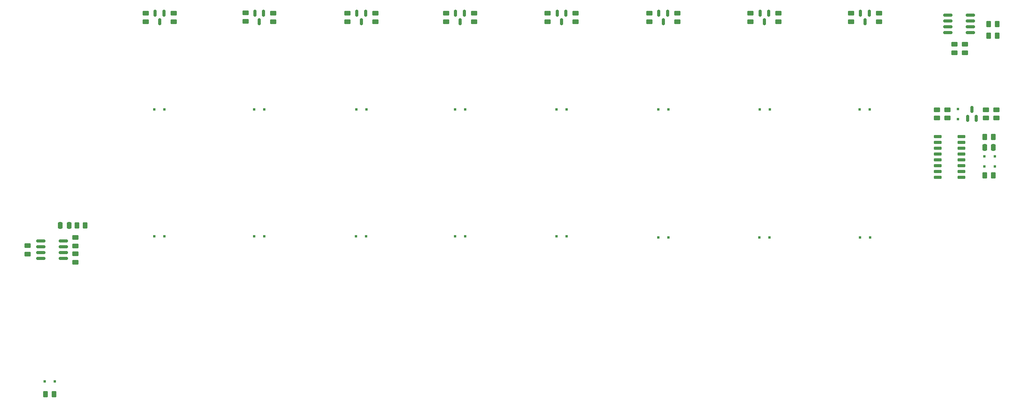
<source format=gbr>
%TF.GenerationSoftware,KiCad,Pcbnew,(6.0.0-0)*%
%TF.CreationDate,2022-11-09T21:30:40-05:00*%
%TF.ProjectId,SEQUENCER,53455155-454e-4434-9552-2e6b69636164,rev?*%
%TF.SameCoordinates,Original*%
%TF.FileFunction,Paste,Bot*%
%TF.FilePolarity,Positive*%
%FSLAX46Y46*%
G04 Gerber Fmt 4.6, Leading zero omitted, Abs format (unit mm)*
G04 Created by KiCad (PCBNEW (6.0.0-0)) date 2022-11-09 21:30:40*
%MOMM*%
%LPD*%
G01*
G04 APERTURE LIST*
G04 Aperture macros list*
%AMRoundRect*
0 Rectangle with rounded corners*
0 $1 Rounding radius*
0 $2 $3 $4 $5 $6 $7 $8 $9 X,Y pos of 4 corners*
0 Add a 4 corners polygon primitive as box body*
4,1,4,$2,$3,$4,$5,$6,$7,$8,$9,$2,$3,0*
0 Add four circle primitives for the rounded corners*
1,1,$1+$1,$2,$3*
1,1,$1+$1,$4,$5*
1,1,$1+$1,$6,$7*
1,1,$1+$1,$8,$9*
0 Add four rect primitives between the rounded corners*
20,1,$1+$1,$2,$3,$4,$5,0*
20,1,$1+$1,$4,$5,$6,$7,0*
20,1,$1+$1,$6,$7,$8,$9,0*
20,1,$1+$1,$8,$9,$2,$3,0*%
G04 Aperture macros list end*
%ADD10RoundRect,0.150000X-0.150000X0.587500X-0.150000X-0.587500X0.150000X-0.587500X0.150000X0.587500X0*%
%ADD11RoundRect,0.250000X-0.250000X-0.475000X0.250000X-0.475000X0.250000X0.475000X-0.250000X0.475000X0*%
%ADD12RoundRect,0.250000X0.450000X-0.262500X0.450000X0.262500X-0.450000X0.262500X-0.450000X-0.262500X0*%
%ADD13RoundRect,0.250000X-0.450000X0.262500X-0.450000X-0.262500X0.450000X-0.262500X0.450000X0.262500X0*%
%ADD14RoundRect,0.250000X-0.262500X-0.450000X0.262500X-0.450000X0.262500X0.450000X-0.262500X0.450000X0*%
%ADD15RoundRect,0.150000X0.725000X0.150000X-0.725000X0.150000X-0.725000X-0.150000X0.725000X-0.150000X0*%
%ADD16R,0.500000X0.500000*%
%ADD17RoundRect,0.150000X0.825000X0.150000X-0.825000X0.150000X-0.825000X-0.150000X0.825000X-0.150000X0*%
%ADD18RoundRect,0.250000X0.262500X0.450000X-0.262500X0.450000X-0.262500X-0.450000X0.262500X-0.450000X0*%
%ADD19RoundRect,0.150000X0.150000X-0.587500X0.150000X0.587500X-0.150000X0.587500X-0.150000X-0.587500X0*%
G04 APERTURE END LIST*
D10*
%TO.C,Q8*%
X285362000Y-81452000D03*
X287262000Y-81452000D03*
X286312000Y-83327000D03*
%TD*%
D11*
%TO.C,C2*%
X312382500Y-110772256D03*
X314282500Y-110772256D03*
%TD*%
D12*
%TO.C,R25*%
X312687499Y-104357013D03*
X312687499Y-102532013D03*
%TD*%
D10*
%TO.C,Q7*%
X263434000Y-81452000D03*
X265334000Y-81452000D03*
X264384000Y-83327000D03*
%TD*%
D13*
%TO.C,R1*%
X114300000Y-133961500D03*
X114300000Y-135786500D03*
%TD*%
D14*
%TO.C,R30*%
X313285500Y-86360000D03*
X315110500Y-86360000D03*
%TD*%
D15*
%TO.C,U2*%
X307336743Y-108359256D03*
X307336743Y-109629256D03*
X307336743Y-110899256D03*
X307336743Y-112169256D03*
X307336743Y-113439256D03*
X307336743Y-114709256D03*
X307336743Y-115979256D03*
X307336743Y-117249256D03*
X302186743Y-117249256D03*
X302186743Y-115979256D03*
X302186743Y-114709256D03*
X302186743Y-113439256D03*
X302186743Y-112169256D03*
X302186743Y-110899256D03*
X302186743Y-109629256D03*
X302186743Y-108359256D03*
%TD*%
D13*
%TO.C,R26*%
X304305499Y-102532013D03*
X304305499Y-104357013D03*
%TD*%
D16*
%TO.C,D20*%
X287390501Y-102455500D03*
X285190501Y-102455500D03*
%TD*%
%TO.C,D27*%
X265472000Y-130395500D03*
X263272000Y-130395500D03*
%TD*%
D14*
%TO.C,R6*%
X312420000Y-108486256D03*
X314245000Y-108486256D03*
%TD*%
D16*
%TO.C,D22*%
X155465143Y-130141500D03*
X153265143Y-130141500D03*
%TD*%
%TO.C,D1*%
X109812000Y-161798000D03*
X107612000Y-161798000D03*
%TD*%
%TO.C,D19*%
X265556000Y-102455500D03*
X263356000Y-102455500D03*
%TD*%
D10*
%TO.C,Q4*%
X197127429Y-81452000D03*
X199027429Y-81452000D03*
X198077429Y-83327000D03*
%TD*%
D13*
%TO.C,R22*%
X261336000Y-81477000D03*
X261336000Y-83302000D03*
%TD*%
%TO.C,R33*%
X308102000Y-88241500D03*
X308102000Y-90066500D03*
%TD*%
%TO.C,R23*%
X283264000Y-81477000D03*
X283264000Y-83302000D03*
%TD*%
D16*
%TO.C,D28*%
X287400000Y-130395500D03*
X285200000Y-130395500D03*
%TD*%
%TO.C,D13*%
X133718000Y-102455500D03*
X131518000Y-102455500D03*
%TD*%
%TO.C,D14*%
X155465143Y-102455500D03*
X153265143Y-102455500D03*
%TD*%
D10*
%TO.C,Q6*%
X241420000Y-81452000D03*
X243320000Y-81452000D03*
X242370000Y-83327000D03*
%TD*%
D16*
%TO.C,D21*%
X133718000Y-130141500D03*
X131518000Y-130141500D03*
%TD*%
D12*
%TO.C,R8*%
X135678000Y-83302000D03*
X135678000Y-81477000D03*
%TD*%
%TO.C,R15*%
X289360000Y-83302000D03*
X289360000Y-81477000D03*
%TD*%
D16*
%TO.C,D15*%
X177696286Y-102455500D03*
X175496286Y-102455500D03*
%TD*%
D13*
%TO.C,R17*%
X151384000Y-81383500D03*
X151384000Y-83208500D03*
%TD*%
D17*
%TO.C,U4*%
X309307000Y-81915000D03*
X309307000Y-83185000D03*
X309307000Y-84455000D03*
X309307000Y-85725000D03*
X304357000Y-85725000D03*
X304357000Y-84455000D03*
X304357000Y-83185000D03*
X304357000Y-81915000D03*
%TD*%
D12*
%TO.C,R13*%
X245418000Y-83302000D03*
X245418000Y-81477000D03*
%TD*%
D18*
%TO.C,R2*%
X116416500Y-127762000D03*
X114591500Y-127762000D03*
%TD*%
D16*
%TO.C,D16*%
X199177429Y-102455500D03*
X196977429Y-102455500D03*
%TD*%
D19*
%TO.C,Q9*%
X310589499Y-104382013D03*
X308689499Y-104382013D03*
X309639499Y-102507013D03*
%TD*%
D16*
%TO.C,D23*%
X177660000Y-130141500D03*
X175460000Y-130141500D03*
%TD*%
D12*
%TO.C,R10*%
X179620000Y-83302000D03*
X179620000Y-81477000D03*
%TD*%
D18*
%TO.C,R4*%
X109624500Y-164592000D03*
X107799500Y-164592000D03*
%TD*%
D13*
%TO.C,R16*%
X129577000Y-81477000D03*
X129577000Y-83302000D03*
%TD*%
D12*
%TO.C,R24*%
X314973499Y-104357013D03*
X314973499Y-102532013D03*
%TD*%
D13*
%TO.C,R20*%
X217182000Y-81477000D03*
X217182000Y-83302000D03*
%TD*%
D10*
%TO.C,Q5*%
X219280000Y-81452000D03*
X221180000Y-81452000D03*
X220230000Y-83327000D03*
%TD*%
%TO.C,Q1*%
X131680000Y-81452000D03*
X133580000Y-81452000D03*
X132630000Y-83327000D03*
%TD*%
D16*
%TO.C,D2*%
X312316500Y-114920256D03*
X312316500Y-112720256D03*
%TD*%
%TO.C,D18*%
X243458000Y-102455500D03*
X241258000Y-102455500D03*
%TD*%
D13*
%TO.C,R3*%
X114300000Y-130405500D03*
X114300000Y-132230500D03*
%TD*%
D12*
%TO.C,R14*%
X267432000Y-83302000D03*
X267432000Y-81477000D03*
%TD*%
%TO.C,R11*%
X201125429Y-83302000D03*
X201125429Y-81477000D03*
%TD*%
D16*
%TO.C,D25*%
X221318000Y-130141500D03*
X219118000Y-130141500D03*
%TD*%
%TO.C,D17*%
X221318000Y-102455500D03*
X219118000Y-102455500D03*
%TD*%
D11*
%TO.C,C1*%
X110998000Y-127762000D03*
X112898000Y-127762000D03*
%TD*%
D13*
%TO.C,R18*%
X173524000Y-81477000D03*
X173524000Y-83302000D03*
%TD*%
D17*
%TO.C,U1*%
X111690000Y-131191000D03*
X111690000Y-132461000D03*
X111690000Y-133731000D03*
X111690000Y-135001000D03*
X106740000Y-135001000D03*
X106740000Y-133731000D03*
X106740000Y-132461000D03*
X106740000Y-131191000D03*
%TD*%
D18*
%TO.C,R29*%
X315110500Y-83820000D03*
X313285500Y-83820000D03*
%TD*%
D12*
%TO.C,R5*%
X103881000Y-134008500D03*
X103881000Y-132183500D03*
%TD*%
%TO.C,R28*%
X305816000Y-90066500D03*
X305816000Y-88241500D03*
%TD*%
D13*
%TO.C,R19*%
X195029429Y-81477000D03*
X195029429Y-83302000D03*
%TD*%
D12*
%TO.C,R9*%
X157408143Y-83302000D03*
X157408143Y-81477000D03*
%TD*%
D16*
%TO.C,D3*%
X314602500Y-114920256D03*
X314602500Y-112720256D03*
%TD*%
%TO.C,D12*%
X306591499Y-104544513D03*
X306591499Y-102344513D03*
%TD*%
D10*
%TO.C,Q2*%
X153410143Y-81452000D03*
X155310143Y-81452000D03*
X154360143Y-83327000D03*
%TD*%
D12*
%TO.C,R12*%
X223278000Y-83302000D03*
X223278000Y-81477000D03*
%TD*%
D13*
%TO.C,R21*%
X239322000Y-81477000D03*
X239322000Y-83302000D03*
%TD*%
D12*
%TO.C,R27*%
X302019499Y-104357013D03*
X302019499Y-102532013D03*
%TD*%
D16*
%TO.C,D24*%
X199177429Y-130141500D03*
X196977429Y-130141500D03*
%TD*%
D10*
%TO.C,Q3*%
X175622000Y-81452000D03*
X177522000Y-81452000D03*
X176572000Y-83327000D03*
%TD*%
D16*
%TO.C,D26*%
X243458000Y-130395500D03*
X241258000Y-130395500D03*
%TD*%
D14*
%TO.C,R7*%
X312420000Y-116868256D03*
X314245000Y-116868256D03*
%TD*%
M02*

</source>
